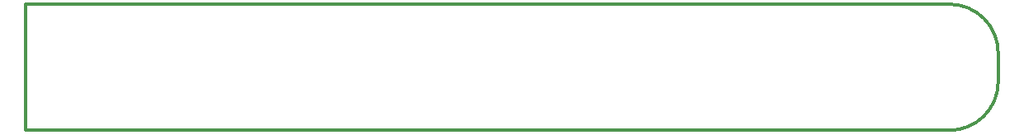
<source format=gbr>
%TF.GenerationSoftware,KiCad,Pcbnew,9.0.0*%
%TF.CreationDate,2025-03-31T21:37:43+02:00*%
%TF.ProjectId,E-Field 10cm,452d4669-656c-4642-9031-30636d2e6b69,1.0*%
%TF.SameCoordinates,Original*%
%TF.FileFunction,Profile,NP*%
%FSLAX46Y46*%
G04 Gerber Fmt 4.6, Leading zero omitted, Abs format (unit mm)*
G04 Created by KiCad (PCBNEW 9.0.0) date 2025-03-31 21:37:43*
%MOMM*%
%LPD*%
G01*
G04 APERTURE LIST*
%TA.AperFunction,Profile*%
%ADD10C,0.300000*%
%TD*%
G04 APERTURE END LIST*
D10*
X50000000Y-106874600D02*
X50000000Y-93900000D01*
X149691971Y-101866584D02*
X149687235Y-98912732D01*
X149691971Y-101866584D02*
G75*
G02*
X144691977Y-106874577I-4999971J-8016D01*
G01*
X50000000Y-106874600D02*
X144691977Y-106874600D01*
X144687251Y-93900000D02*
G75*
G02*
X149687284Y-98912732I49J-5000000D01*
G01*
X50000000Y-93900000D02*
X144687251Y-93900000D01*
M02*

</source>
